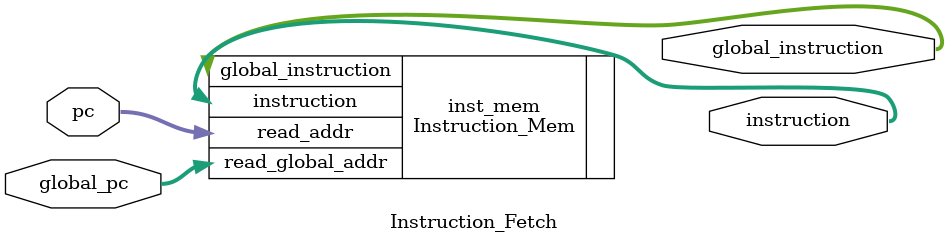
<source format=v>

`timescale 1ns / 1ps

module Instruction_Fetch#(
    parameter INST_WIDTH = 16,
    parameter PC_WIDTH = 8
)(
    input [PC_WIDTH-1:0] pc, // from warp scheduler
    input [PC_WIDTH-1:0] global_pc, // from warp scheduler
    output [INST_WIDTH-1:0] instruction, // to instr decoder
    output [INST_WIDTH-1:0] global_instruction // to instr decoder
    );

    Instruction_Mem inst_mem(
        .read_addr(pc),
        .read_global_addr(global_pc),
        .instruction(instruction),
        .global_instruction(global_instruction)
    );

endmodule
</source>
